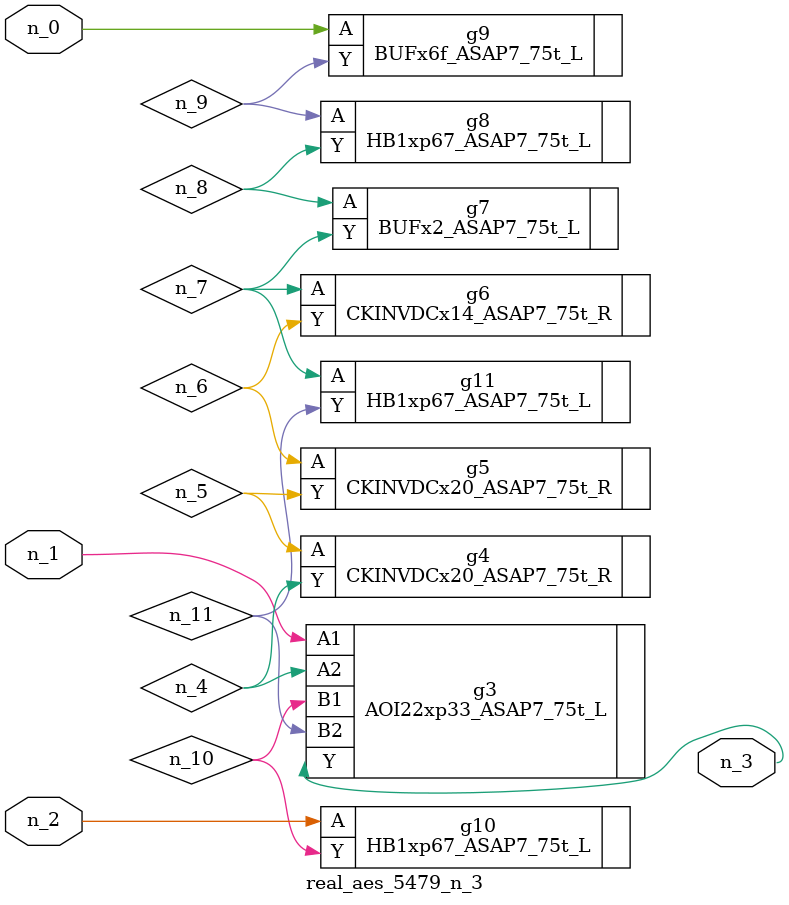
<source format=v>
module real_aes_5479_n_3 (n_0, n_2, n_1, n_3);
input n_0;
input n_2;
input n_1;
output n_3;
wire n_4;
wire n_5;
wire n_7;
wire n_8;
wire n_6;
wire n_9;
wire n_10;
wire n_11;
BUFx6f_ASAP7_75t_L g9 ( .A(n_0), .Y(n_9) );
AOI22xp33_ASAP7_75t_L g3 ( .A1(n_1), .A2(n_4), .B1(n_10), .B2(n_11), .Y(n_3) );
HB1xp67_ASAP7_75t_L g10 ( .A(n_2), .Y(n_10) );
CKINVDCx20_ASAP7_75t_R g4 ( .A(n_5), .Y(n_4) );
CKINVDCx20_ASAP7_75t_R g5 ( .A(n_6), .Y(n_5) );
CKINVDCx14_ASAP7_75t_R g6 ( .A(n_7), .Y(n_6) );
HB1xp67_ASAP7_75t_L g11 ( .A(n_7), .Y(n_11) );
BUFx2_ASAP7_75t_L g7 ( .A(n_8), .Y(n_7) );
HB1xp67_ASAP7_75t_L g8 ( .A(n_9), .Y(n_8) );
endmodule
</source>
